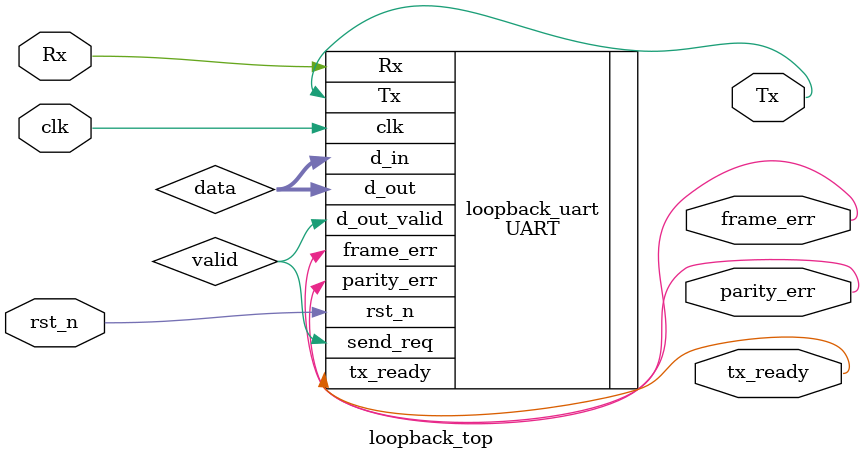
<source format=v>
module loopback_top
(
    input   clk,
    input   rst_n,
    input   Rx,
    output  Tx,
    output  parity_err, // Just connect LED for status
    output  frame_err,  // Just connect LED for status
    output  tx_ready   // Just connect LED for status
);

    wire    [7:0]   data;
    wire            valid;

    localparam SYS_FREQ      =   50000000;
    localparam BAUD_RATE     =   9600;
    localparam SAMPLE        =   16;

    UART #(
        .SYS_FREQ(SYS_FREQ),
        .BAUD_RATE(BAUD_RATE),
        .SAMPLE(SAMPLE)
    )
    loopback_uart (
        .clk(clk),
        .rst_n(rst_n),
        .send_req(valid),
        .Rx(Rx),
        .d_in(data),
        .tx_ready(tx_ready),
        .Tx(Tx),
        .d_out_valid(valid),
        .d_out(data),
        .parity_err(parity_err),
        .frame_err(frame_err)
    );
    
endmodule
</source>
